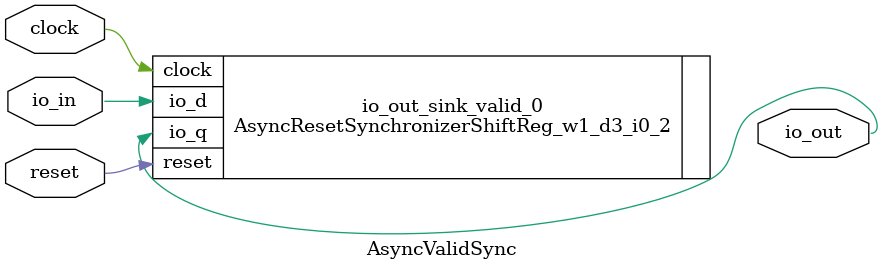
<source format=sv>
`ifndef RANDOMIZE
  `ifdef RANDOMIZE_REG_INIT
    `define RANDOMIZE
  `endif // RANDOMIZE_REG_INIT
`endif // not def RANDOMIZE
`ifndef RANDOMIZE
  `ifdef RANDOMIZE_MEM_INIT
    `define RANDOMIZE
  `endif // RANDOMIZE_MEM_INIT
`endif // not def RANDOMIZE

`ifndef RANDOM
  `define RANDOM $random
`endif // not def RANDOM

// Users can define 'PRINTF_COND' to add an extra gate to prints.
`ifndef PRINTF_COND_
  `ifdef PRINTF_COND
    `define PRINTF_COND_ (`PRINTF_COND)
  `else  // PRINTF_COND
    `define PRINTF_COND_ 1
  `endif // PRINTF_COND
`endif // not def PRINTF_COND_

// Users can define 'ASSERT_VERBOSE_COND' to add an extra gate to assert error printing.
`ifndef ASSERT_VERBOSE_COND_
  `ifdef ASSERT_VERBOSE_COND
    `define ASSERT_VERBOSE_COND_ (`ASSERT_VERBOSE_COND)
  `else  // ASSERT_VERBOSE_COND
    `define ASSERT_VERBOSE_COND_ 1
  `endif // ASSERT_VERBOSE_COND
`endif // not def ASSERT_VERBOSE_COND_

// Users can define 'STOP_COND' to add an extra gate to stop conditions.
`ifndef STOP_COND_
  `ifdef STOP_COND
    `define STOP_COND_ (`STOP_COND)
  `else  // STOP_COND
    `define STOP_COND_ 1
  `endif // STOP_COND
`endif // not def STOP_COND_

// Users can define INIT_RANDOM as general code that gets injected into the
// initializer block for modules with registers.
`ifndef INIT_RANDOM
  `define INIT_RANDOM
`endif // not def INIT_RANDOM

// If using random initialization, you can also define RANDOMIZE_DELAY to
// customize the delay used, otherwise 0.002 is used.
`ifndef RANDOMIZE_DELAY
  `define RANDOMIZE_DELAY 0.002
`endif // not def RANDOMIZE_DELAY

// Define INIT_RANDOM_PROLOG_ for use in our modules below.
`ifndef INIT_RANDOM_PROLOG_
  `ifdef RANDOMIZE
    `ifdef VERILATOR
      `define INIT_RANDOM_PROLOG_ `INIT_RANDOM
    `else  // VERILATOR
      `define INIT_RANDOM_PROLOG_ `INIT_RANDOM #`RANDOMIZE_DELAY begin end
    `endif // VERILATOR
  `else  // RANDOMIZE
    `define INIT_RANDOM_PROLOG_
  `endif // RANDOMIZE
`endif // not def INIT_RANDOM_PROLOG_

module AsyncValidSync(
  input  io_in,
         clock,
         reset,
  output io_out
);

  AsyncResetSynchronizerShiftReg_w1_d3_i0_2 io_out_sink_valid_0 (	// @[ShiftReg.scala:45:23]
    .clock (clock),
    .reset (reset),
    .io_d  (io_in),
    .io_q  (io_out)
  );
endmodule


</source>
